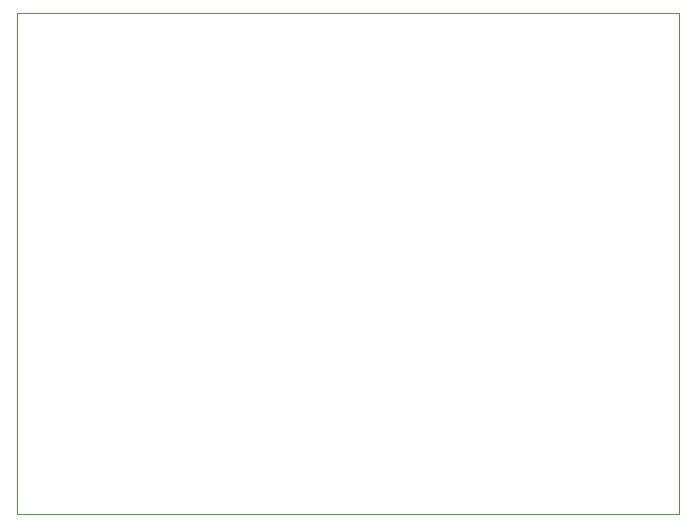
<source format=gbr>
%TF.GenerationSoftware,KiCad,Pcbnew,(6.0.4)*%
%TF.CreationDate,2022-04-30T14:42:06+02:00*%
%TF.ProjectId,test_fixture,74657374-5f66-4697-9874-7572652e6b69,rev?*%
%TF.SameCoordinates,Original*%
%TF.FileFunction,Profile,NP*%
%FSLAX46Y46*%
G04 Gerber Fmt 4.6, Leading zero omitted, Abs format (unit mm)*
G04 Created by KiCad (PCBNEW (6.0.4)) date 2022-04-30 14:42:06*
%MOMM*%
%LPD*%
G01*
G04 APERTURE LIST*
%TA.AperFunction,Profile*%
%ADD10C,0.100000*%
%TD*%
G04 APERTURE END LIST*
D10*
X144780000Y-123444000D02*
X144780000Y-81026000D01*
X88773000Y-123444000D02*
X144780000Y-123444000D01*
X144780000Y-81026000D02*
X88773000Y-81026000D01*
X88773000Y-81026000D02*
X88773000Y-123444000D01*
M02*

</source>
